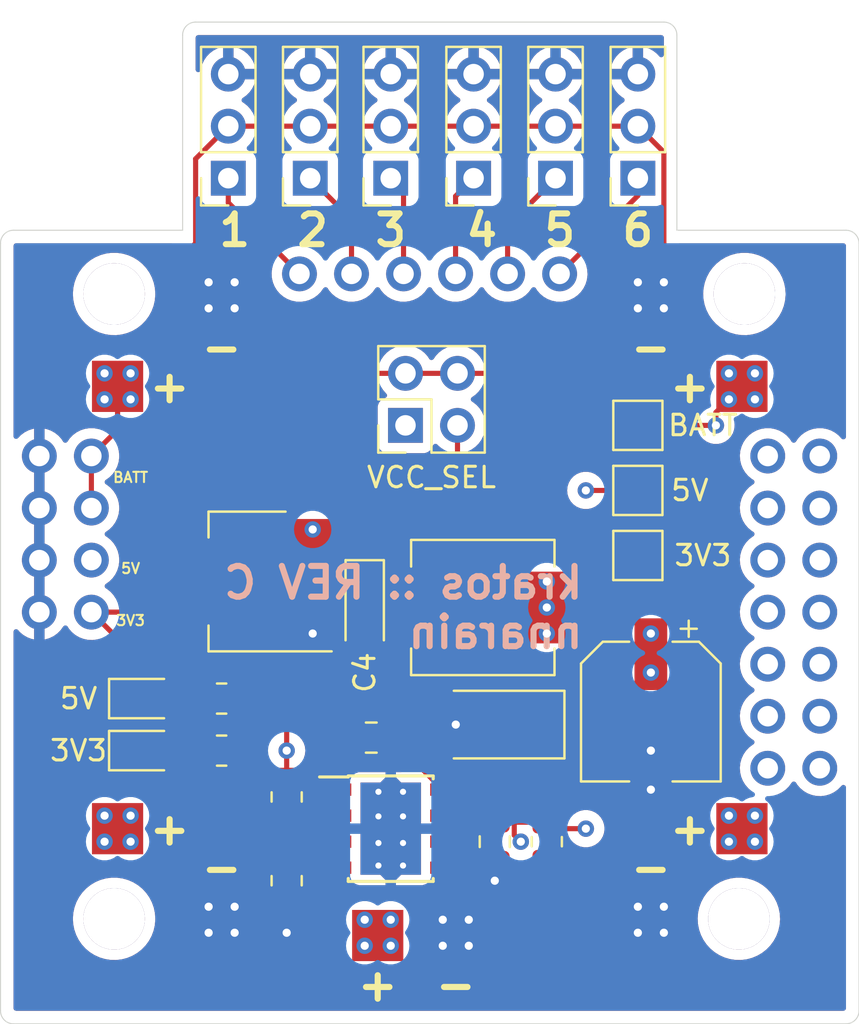
<source format=kicad_pcb>
(kicad_pcb (version 20211014) (generator pcbnew)
  (title_block (title "Kratos Power Distribution Board") (date "2021-03-08") (rev "C") (comment 1 "Author: Natesh Narain"))
  (layers (0 "F.Cu" signal) (1 "In1.Cu" power "PWR") (2 "In2.Cu" power "GND") (31 "B.Cu" signal) (34 "B.Paste" user) (35 "F.Paste" user) (36 "B.SilkS" user "B.Silkscreen") (37 "F.SilkS" user "F.Silkscreen") (38 "B.Mask" user) (39 "F.Mask" user) (44 "Edge.Cuts" user))
  (net 0 "")
  (net 1 "+BATT")
  (net 2 "GND")
  (net 3 "Net-(C2-Pad2)")
  (net 4 "Net-(C2-Pad1)")
  (net 5 "+5V")
  (net 6 "+3V3")
  (net 7 "Net-(D2-Pad2)")
  (net 8 "Net-(D3-Pad2)")
  (net 9 "VCC")
  (net 10 "/pwm1")
  (net 11 "/pwm2")
  (net 12 "/pwm3")
  (net 13 "/pwm4")
  (net 14 "/pwm5")
  (net 15 "/pwm6")
  (net 16 "Net-(R1-Pad2)")
  (net 17 "Net-(R2-Pad2)")
  (footprint "Capacitor_SMD:C_0805_2012Metric" (layer "F.Cu") (at 145.034 112.903 -90)
    (fp_text reference "C1" hide)
    (fp_text value "10uF")
    (fp_line (start -0.261252 0.735) (end 0.261252 0.735) (layer "F.SilkS") (width 0.12))
    (fp_line (start -0.261252 -0.735) (end 0.261252 -0.735) (layer "F.SilkS") (width 0.12))
    (pad "1" smd roundrect locked (at -0.95 0 270) (size 1 1.45) (layers "F.Cu" "F.Paste" "F.Mask") (net 1 "+BATT"))
    (pad "2" smd roundrect locked (at 0.95 0 270) (size 1 1.45) (layers "F.Cu" "F.Paste" "F.Mask") (net 2 "GND"))
  )
  (footprint "Capacitor_SMD:C_0805_2012Metric" (layer "F.Cu") (at 139.004 107.823)
    (fp_text reference "C2" hide)
    (fp_text value "10nF")
    (fp_line (start -0.261252 0.735) (end 0.261252 0.735) (layer "F.SilkS") (width 0.12))
    (fp_line (start -0.261252 -0.735) (end 0.261252 -0.735) (layer "F.SilkS") (width 0.12))
    (pad "1" smd roundrect locked (at -0.95 0) (size 1 1.45) (layers "F.Cu" "F.Paste" "F.Mask") (net 4 "Net-(C2-Pad1)"))
    (pad "2" smd roundrect locked (at 0.95 0) (size 1 1.45) (layers "F.Cu" "F.Paste" "F.Mask") (net 3 "Net-(C2-Pad2)"))
  )
  (footprint "Capacitor_SMD:CP_Elec_6.3x5.4" (layer "F.Cu") (at 152.654 106.553 -90)
    (fp_text reference "C3" hide)
    (fp_text value "220uF")
    (fp_line (start -3.41 -2.345563) (end -3.41 -1.06) (layer "F.SilkS") (width 0.12))
    (fp_line (start -2.345563 -3.41) (end 3.41 -3.41) (layer "F.SilkS") (width 0.12))
    (fp_line (start -2.345563 3.41) (end 3.41 3.41) (layer "F.SilkS") (width 0.12))
    (fp_line (start 3.41 3.41) (end 3.41 1.06) (layer "F.SilkS") (width 0.12))
    (fp_line (start -4.04375 -2.24125) (end -4.04375 -1.45375) (layer "F.SilkS") (width 0.12))
    (fp_line (start 3.41 -3.41) (end 3.41 -1.06) (layer "F.SilkS") (width 0.12))
    (fp_line (start -3.41 -2.345563) (end -2.345563 -3.41) (layer "F.SilkS") (width 0.12))
    (fp_line (start -3.41 2.345563) (end -2.345563 3.41) (layer "F.SilkS") (width 0.12))
    (fp_line (start -3.41 2.345563) (end -3.41 1.06) (layer "F.SilkS") (width 0.12))
    (fp_line (start -4.4375 -1.8475) (end -3.65 -1.8475) (layer "F.SilkS") (width 0.12))
    (pad "1" smd roundrect locked (at -2.8 0 270) (size 3.5 1.6) (layers "F.Cu" "F.Paste" "F.Mask") (roundrect_rratio 0.15625) (net 5 "+5V"))
    (pad "2" smd roundrect locked (at 2.8 0 270) (size 3.5 1.6) (layers "F.Cu" "F.Paste" "F.Mask") (roundrect_rratio 0.15625) (net 2 "GND"))
  )
  (footprint "Diode_SMD:D_SMA" (layer "F.Cu") (at 145.034 107.188 180)
    (fp_text reference "D1" hide)
    (fp_text value "B340A")
    (fp_line (start -3.4 -1.65) (end -3.4 1.65) (layer "F.SilkS") (width 0.12))
    (fp_line (start -3.4 1.65) (end 2 1.65) (layer "F.SilkS") (width 0.12))
    (fp_line (start -3.4 -1.65) (end 2 -1.65) (layer "F.SilkS") (width 0.12))
    (pad "1" smd rect locked (at -2 0 180) (size 2.5 1.8) (layers "F.Cu" "F.Paste" "F.Mask") (net 3 "Net-(C2-Pad2)"))
    (pad "2" smd rect locked (at 2 0 180) (size 2.5 1.8) (layers "F.Cu" "F.Paste" "F.Mask") (net 2 "GND"))
  )
  (footprint "LED_SMD:LED_0805_2012Metric" (layer "F.Cu") (at 127.889 105.918)
    (fp_text reference "D2" hide)
    (fp_text value "5V" (at -3.175 0) (layer "F.SilkS"))
    (fp_line (start -1.685 0.96) (end 1 0.96) (layer "F.SilkS") (width 0.12))
    (fp_line (start -1.685 -0.96) (end -1.685 0.96) (layer "F.SilkS") (width 0.12))
    (fp_line (start 1 -0.96) (end -1.685 -0.96) (layer "F.SilkS") (width 0.12))
    (pad "1" smd roundrect locked (at -0.9375 0) (size 0.975 1.4) (layers "F.Cu" "F.Paste" "F.Mask") (net 2 "GND"))
    (pad "2" smd roundrect locked (at 0.9375 0) (size 0.975 1.4) (layers "F.Cu" "F.Paste" "F.Mask") (net 7 "Net-(D2-Pad2)"))
  )
  (footprint "LED_SMD:LED_0805_2012Metric" (layer "F.Cu") (at 127.889 108.458)
    (fp_text reference "D3" hide)
    (fp_text value "3V3" (at -3.175 0) (layer "F.SilkS"))
    (fp_line (start -1.685 -0.96) (end -1.685 0.96) (layer "F.SilkS") (width 0.12))
    (fp_line (start 1 -0.96) (end -1.685 -0.96) (layer "F.SilkS") (width 0.12))
    (fp_line (start -1.685 0.96) (end 1 0.96) (layer "F.SilkS") (width 0.12))
    (pad "1" smd roundrect locked (at -0.9375 0) (size 0.975 1.4) (layers "F.Cu" "F.Paste" "F.Mask") (net 2 "GND"))
    (pad "2" smd roundrect locked (at 0.9375 0) (size 0.975 1.4) (layers "F.Cu" "F.Paste" "F.Mask") (net 8 "Net-(D3-Pad2)"))
  )
  (footprint "drone:XT60" (layer "F.Cu") (at 140.589 112.403)
    (fp_text reference "J1" hide)
    (fp_text value "BATT")
    (pad "1" smd rect locked (at -1.27 5.08) (size 2.5 2.5) (layers "F.Cu" "F.Paste" "F.Mask") (net 1 "+BATT"))
    (pad "2" smd rect locked (at 2.54 5.08) (size 2.5 2.5) (layers "F.Cu" "F.Paste" "F.Mask") (net 2 "GND"))
  )
  (footprint "Connector_PinSocket_2.54mm:PinSocket_2x02_P2.54mm_Vertical" (layer "F.Cu") (at 140.674 92.583 180)
    (fp_text reference "J6" hide)
    (fp_text value "VCC_SEL" (at -1.27 -2.54) (layer "F.SilkS"))
    (fp_line (start -3.87 -1.33) (end -1.27 -1.33) (layer "F.SilkS") (width 0.12))
    (fp_line (start -1.27 1.27) (end 1.33 1.27) (layer "F.SilkS") (width 0.12))
    (fp_line (start -3.87 3.87) (end 1.33 3.87) (layer "F.SilkS") (width 0.12))
    (fp_line (start -1.27 -1.33) (end -1.27 1.27) (layer "F.SilkS") (width 0.12))
    (fp_line (start 1.33 1.27) (end 1.33 3.87) (layer "F.SilkS") (width 0.12))
    (fp_line (start -3.87 -1.33) (end -3.87 3.87) (layer "F.SilkS") (width 0.12))
    (fp_line (start 1.33 -1.33) (end 1.33 0) (layer "F.SilkS") (width 0.12))
    (fp_line (start 0 -1.33) (end 1.33 -1.33) (layer "F.SilkS") (width 0.12))
    (pad "1" thru_hole rect locked (at 0 0 180) (size 1.7 1.7) (drill 1) (layers *.Cu *.Mask) (net 5 "+5V"))
    (pad "2" thru_hole oval locked (at -2.54 0 180) (size 1.7 1.7) (drill 1) (layers *.Cu *.Mask) (net 6 "+3V3"))
    (pad "3" thru_hole oval locked (at 0 2.54 180) (size 1.7 1.7) (drill 1) (layers *.Cu *.Mask) (net 9 "VCC"))
    (pad "4" thru_hole oval locked (at -2.54 2.54 180) (size 1.7 1.7) (drill 1) (layers *.Cu *.Mask) (net 9 "VCC"))
  )
  (footprint "Connector_PinSocket_2.54mm:PinSocket_1x03_P2.54mm_Vertical" (layer "F.Cu") (at 132.024 80.518 180)
    (fp_text reference "J7" hide)
    (fp_text value "PWM1")
    (fp_line (start 0 -1.33) (end 1.33 -1.33) (layer "F.SilkS") (width 0.12))
    (fp_line (start -1.33 1.27) (end -1.33 6.41) (layer "F.SilkS") (width 0.12))
    (fp_line (start 1.33 1.27) (end 1.33 6.41) (layer "F.SilkS") (width 0.12))
    (fp_line (start 1.33 -1.33) (end 1.33 0) (layer "F.SilkS") (width 0.12))
    (fp_line (start -1.33 6.41) (end 1.33 6.41) (layer "F.SilkS") (width 0.12))
    (fp_line (start -1.33 1.27) (end 1.33 1.27) (layer "F.SilkS") (width 0.12))
    (pad "1" thru_hole rect locked (at 0 0 180) (size 1.7 1.7) (drill 1) (layers *.Cu *.Mask) (net 10 "/pwm1"))
    (pad "2" thru_hole oval locked (at 0 2.54 180) (size 1.7 1.7) (drill 1) (layers *.Cu *.Mask) (net 9 "VCC"))
    (pad "3" thru_hole oval locked (at 0 5.08 180) (size 1.7 1.7) (drill 1) (layers *.Cu *.Mask) (net 2 "GND"))
  )
  (footprint "Connector_PinSocket_2.54mm:PinSocket_1x03_P2.54mm_Vertical" (layer "F.Cu") (at 136.024 80.518 180)
    (fp_text reference "J8" hide)
    (fp_text value "PWM2")
    (fp_line (start 1.33 -1.33) (end 1.33 0) (layer "F.SilkS") (width 0.12))
    (fp_line (start 0 -1.33) (end 1.33 -1.33) (layer "F.SilkS") (width 0.12))
    (fp_line (start -1.33 6.41) (end 1.33 6.41) (layer "F.SilkS") (width 0.12))
    (fp_line (start 1.33 1.27) (end 1.33 6.41) (layer "F.SilkS") (width 0.12))
    (fp_line (start -1.33 1.27) (end 1.33 1.27) (layer "F.SilkS") (width 0.12))
    (fp_line (start -1.33 1.27) (end -1.33 6.41) (layer "F.SilkS") (width 0.12))
    (pad "1" thru_hole rect locked (at 0 0 180) (size 1.7 1.7) (drill 1) (layers *.Cu *.Mask) (net 11 "/pwm2"))
    (pad "2" thru_hole oval locked (at 0 2.54 180) (size 1.7 1.7) (drill 1) (layers *.Cu *.Mask) (net 9 "VCC"))
    (pad "3" thru_hole oval locked (at 0 5.08 180) (size 1.7 1.7) (drill 1) (layers *.Cu *.Mask) (net 2 "GND"))
  )
  (footprint "Connector_PinSocket_2.54mm:PinSocket_1x03_P2.54mm_Vertical" (layer "F.Cu") (at 139.954 80.518 180)
    (fp_text reference "J9" hide)
    (fp_text value "PWM3")
    (fp_line (start 0 -1.33) (end 1.33 -1.33) (layer "F.SilkS") (width 0.12))
    (fp_line (start 1.33 -1.33) (end 1.33 0) (layer "F.SilkS") (width 0.12))
    (fp_line (start -1.33 6.41) (end 1.33 6.41) (layer "F.SilkS") (width 0.12))
    (fp_line (start -1.33 1.27) (end 1.33 1.27) (layer "F.SilkS") (width 0.12))
    (fp_line (start -1.33 1.27) (end -1.33 6.41) (layer "F.SilkS") (width 0.12))
    (fp_line (start 1.33 1.27) (end 1.33 6.41) (layer "F.SilkS") (width 0.12))
    (pad "1" thru_hole rect locked (at 0 0 180) (size 1.7 1.7) (drill 1) (layers *.Cu *.Mask) (net 12 "/pwm3"))
    (pad "2" thru_hole oval locked (at 0 2.54 180) (size 1.7 1.7) (drill 1) (layers *.Cu *.Mask) (net 9 "VCC"))
    (pad "3" thru_hole oval locked (at 0 5.08 180) (size 1.7 1.7) (drill 1) (layers *.Cu *.Mask) (net 2 "GND"))
  )
  (footprint "Connector_PinSocket_2.54mm:PinSocket_1x03_P2.54mm_Vertical" (layer "F.Cu") (at 143.999 80.518 180)
    (fp_text reference "J10" hide)
    (fp_text value "PWM4")
    (fp_line (start -1.33 6.41) (end 1.33 6.41) (layer "F.SilkS") (width 0.12))
    (fp_line (start 1.33 -1.33) (end 1.33 0) (layer "F.SilkS") (width 0.12))
    (fp_line (start 1.33 1.27) (end 1.33 6.41) (layer "F.SilkS") (width 0.12))
    (fp_line (start 0 -1.33) (end 1.33 -1.33) (layer "F.SilkS") (width 0.12))
    (fp_line (start -1.33 1.27) (end 1.33 1.27) (layer "F.SilkS") (width 0.12))
    (fp_line (start -1.33 1.27) (end -1.33 6.41) (layer "F.SilkS") (width 0.12))
    (pad "1" thru_hole rect locked (at 0 0 180) (size 1.7 1.7) (drill 1) (layers *.Cu *.Mask) (net 13 "/pwm4"))
    (pad "2" thru_hole oval locked (at 0 2.54 180) (size 1.7 1.7) (drill 1) (layers *.Cu *.Mask) (net 9 "VCC"))
    (pad "3" thru_hole oval locked (at 0 5.08 180) (size 1.7 1.7) (drill 1) (layers *.Cu *.Mask) (net 2 "GND"))
  )
  (footprint "Connector_PinSocket_2.54mm:PinSocket_1x03_P2.54mm_Vertical" (layer "F.Cu") (at 147.999 80.518 180)
    (fp_text reference "J11" hide)
    (fp_text value "PWM5")
    (fp_line (start -1.33 1.27) (end -1.33 6.41) (layer "F.SilkS") (width 0.12))
    (fp_line (start -1.33 1.27) (end 1.33 1.27) (layer "F.SilkS") (width 0.12))
    (fp_line (start 0 -1.33) (end 1.33 -1.33) (layer "F.SilkS") (width 0.12))
    (fp_line (start 1.33 -1.33) (end 1.33 0) (layer "F.SilkS") (width 0.12))
    (fp_line (start 1.33 1.27) (end 1.33 6.41) (layer "F.SilkS") (width 0.12))
    (fp_line (start -1.33 6.41) (end 1.33 6.41) (layer "F.SilkS") (width 0.12))
    (pad "1" thru_hole rect locked (at 0 0 180) (size 1.7 1.7) (drill 1) (layers *.Cu *.Mask) (net 14 "/pwm5"))
    (pad "2" thru_hole oval locked (at 0 2.54 180) (size 1.7 1.7) (drill 1) (layers *.Cu *.Mask) (net 9 "VCC"))
    (pad "3" thru_hole oval locked (at 0 5.08 180) (size 1.7 1.7) (drill 1) (layers *.Cu *.Mask) (net 2 "GND"))
  )
  (footprint "Connector_PinSocket_2.54mm:PinSocket_1x03_P2.54mm_Vertical" (layer "F.Cu") (at 152.019 80.518 180)
    (fp_text reference "J12" hide)
    (fp_text value "PWM6")
    (fp_line (start 1.33 1.27) (end 1.33 6.41) (layer "F.SilkS") (width 0.12))
    (fp_line (start 1.33 -1.33) (end 1.33 0) (layer "F.SilkS") (width 0.12))
    (fp_line (start -1.33 1.27) (end -1.33 6.41) (layer "F.SilkS") (width 0.12))
    (fp_line (start -1.33 6.41) (end 1.33 6.41) (layer "F.SilkS") (width 0.12))
    (fp_line (start 0 -1.33) (end 1.33 -1.33) (layer "F.SilkS") (width 0.12))
    (fp_line (start -1.33 1.27) (end 1.33 1.27) (layer "F.SilkS") (width 0.12))
    (pad "1" thru_hole rect locked (at 0 0 180) (size 1.7 1.7) (drill 1) (layers *.Cu *.Mask) (net 15 "/pwm6"))
    (pad "2" thru_hole oval locked (at 0 2.54 180) (size 1.7 1.7) (drill 1) (layers *.Cu *.Mask) (net 9 "VCC"))
    (pad "3" thru_hole oval locked (at 0 5.08 180) (size 1.7 1.7) (drill 1) (layers *.Cu *.Mask) (net 2 "GND"))
  )
  (footprint "inductors:MWSA0603S-150MT" (layer "F.Cu") (at 144.399 101.473)
    (fp_text reference "L1" hide)
    (fp_text value "15uH")
    (fp_line (start 3.55 3.3) (end 3.55 2) (layer "F.SilkS") (width 0.12))
    (fp_line (start -3.45 3.3) (end -3.45 2) (layer "F.SilkS") (width 0.12))
    (fp_line (start -3.45 -3.3) (end -3.45 -2) (layer "F.SilkS") (width 0.12))
    (fp_line (start 3.55 -3.3) (end 3.55 -2) (layer "F.SilkS") (width 0.12))
    (fp_line (start 3.55 3.3) (end -3.45 3.3) (layer "F.SilkS") (width 0.12))
    (fp_line (start -3.45 -3.3) (end 3.55 -3.3) (layer "F.SilkS") (width 0.12))
    (pad "1" smd rect (at -3 0) (size 2.35 3.5) (layers "F.Cu" "F.Paste" "F.Mask") (net 3 "Net-(C2-Pad2)"))
    (pad "2" smd rect (at 3.1 0) (size 2.35 3.5) (layers "F.Cu" "F.Paste" "F.Mask") (net 5 "+5V"))
  )
  (footprint "Resistor_SMD:R_0805_2012Metric" (layer "F.Cu") (at 147.574 112.903 -90)
    (fp_text reference "R1" hide)
    (fp_text value "10k")
    (fp_line (start -0.227064 -0.735) (end 0.227064 -0.735) (layer "F.SilkS") (width 0.12))
    (fp_line (start -0.227064 0.735) (end 0.227064 0.735) (layer "F.SilkS") (width 0.12))
    (pad "1" smd roundrect locked (at -0.9125 0 270) (size 1.025 1.4) (layers "F.Cu" "F.Paste" "F.Mask") (roundrect_rratio 0.243902439) (net 1 "+BATT"))
    (pad "2" smd roundrect locked (at 0.9125 0 270) (size 1.025 1.4) (layers "F.Cu" "F.Paste" "F.Mask") (roundrect_rratio 0.243902439) (net 16 "Net-(R1-Pad2)"))
  )
  (footprint "Resistor_SMD:R_0805_2012Metric" (layer "F.Cu") (at 134.874 110.7205 -90)
    (fp_text reference "R2" hide)
    (fp_text value "10k")
    (fp_line (start -0.227064 0.735) (end 0.227064 0.735) (layer "F.SilkS") (width 0.12))
    (fp_line (start -0.227064 -0.735) (end 0.227064 -0.735) (layer "F.SilkS") (width 0.12))
    (pad "1" smd roundrect locked (at -0.9125 0 270) (size 1.025 1.4) (layers "F.Cu" "F.Paste" "F.Mask") (roundrect_rratio 0.243902439) (net 5 "+5V"))
    (pad "2" smd roundrect locked (at 0.9125 0 270) (size 1.025 1.4) (layers "F.Cu" "F.Paste" "F.Mask") (roundrect_rratio 0.243902439) (net 17 "Net-(R2-Pad2)"))
  )
  (footprint "Resistor_SMD:R_0805_2012Metric" (layer "F.Cu") (at 134.874 114.808 90)
    (fp_text reference "R3" hide)
    (fp_text value "3.24k")
    (fp_line (start -0.227064 -0.735) (end 0.227064 -0.735) (layer "F.SilkS") (width 0.12))
    (fp_line (start -0.227064 0.735) (end 0.227064 0.735) (layer "F.SilkS") (width 0.12))
    (pad "1" smd roundrect locked (at -0.9125 0 90) (size 1.025 1.4) (layers "F.Cu" "F.Paste" "F.Mask") (roundrect_rratio 0.243902439) (net 2 "GND"))
    (pad "2" smd roundrect locked (at 0.9125 0 90) (size 1.025 1.4) (layers "F.Cu" "F.Paste" "F.Mask") (roundrect_rratio 0.243902439) (net 17 "Net-(R2-Pad2)"))
  )
  (footprint "Resistor_SMD:R_0805_2012Metric" (layer "F.Cu") (at 131.699 105.918 180)
    (fp_text reference "R4" hide)
    (fp_text value "330")
    (fp_line (start -0.227064 0.735) (end 0.227064 0.735) (layer "F.SilkS") (width 0.12))
    (fp_line (start -0.227064 -0.735) (end 0.227064 -0.735) (layer "F.SilkS") (width 0.12))
    (pad "1" smd roundrect locked (at -0.9125 0 180) (size 1.025 1.4) (layers "F.Cu" "F.Paste" "F.Mask") (roundrect_rratio 0.243902439) (net 5 "+5V"))
    (pad "2" smd roundrect locked (at 0.9125 0 180) (size 1.025 1.4) (layers "F.Cu" "F.Paste" "F.Mask") (roundrect_rratio 0.243902439) (net 7 "Net-(D2-Pad2)"))
  )
  (footprint "Resistor_SMD:R_0805_2012Metric" (layer "F.Cu") (at 131.699 108.458 180)
    (fp_text reference "R5" hide)
    (fp_text value "200")
    (fp_line (start -0.227064 -0.735) (end 0.227064 -0.735) (layer "F.SilkS") (width 0.12))
    (fp_line (start -0.227064 0.735) (end 0.227064 0.735) (layer "F.SilkS") (width 0.12))
    (pad "1" smd roundrect locked (at -0.9125 0 180) (size 1.025 1.4) (layers "F.Cu" "F.Paste" "F.Mask") (roundrect_rratio 0.243902439) (net 6 "+3V3"))
    (pad "2" smd roundrect locked (at 0.9125 0 180) (size 1.025 1.4) (layers "F.Cu" "F.Paste" "F.Mask") (roundrect_rratio 0.243902439) (net 8 "Net-(D3-Pad2)"))
  )
  (footprint "TestPoint:TestPoint_Pad_2.0x2.0mm" (layer "F.Cu") (at 152.019 92.583)
    (fp_text reference "TP1" hide)
    (fp_text value "BATT" (at 3.175 0) (layer "F.SilkS"))
    (fp_line (start 1.2 1.2) (end -1.2 1.2) (layer "F.SilkS") (width 0.12))
    (fp_line (start -1.2 1.2) (end -1.2 -1.2) (layer "F.SilkS") (width 0.12))
    (fp_line (start -1.2 -1.2) (end 1.2 -1.2) (layer "F.SilkS") (width 0.12))
    (fp_line (start 1.2 -1.2) (end 1.2 1.2) (layer "F.SilkS") (width 0.12))
    (pad "1" smd rect locked (at 0 0) (size 2 2) (layers "F.Cu" "F.Mask") (net 1 "+BATT"))
  )
  (footprint "TestPoint:TestPoint_Pad_2.0x2.0mm" (layer "F.Cu") (at 152.019 95.758)
    (fp_text reference "TP2" hide)
    (fp_text value "5V" (at 2.54 0) (layer "F.SilkS"))
    (fp_line (start 1.2 1.2) (end -1.2 1.2) (layer "F.SilkS") (width 0.12))
    (fp_line (start 1.2 -1.2) (end 1.2 1.2) (layer "F.SilkS") (width 0.12))
    (fp_line (start -1.2 -1.2) (end 1.2 -1.2) (layer "F.SilkS") (width 0.12))
    (fp_line (start -1.2 1.2) (end -1.2 -1.2) (layer "F.SilkS") (width 0.12))
    (pad "1" smd rect locked (at 0 0) (size 2 2) (layers "F.Cu" "F.Mask") (net 5 "+5V"))
  )
  (footprint "TestPoint:TestPoint_Pad_2.0x2.0mm" (layer "F.Cu") (at 152.019 98.933)
    (fp_text reference "TP3" hide)
    (fp_text value "3V3" (at 3.175 0) (layer "F.SilkS"))
    (fp_line (start 1.2 1.2) (end -1.2 1.2) (layer "F.SilkS") (width 0.12))
    (fp_line (start -1.2 -1.2) (end 1.2 -1.2) (layer "F.SilkS") (width 0.12))
    (fp_line (start -1.2 1.2) (end -1.2 -1.2) (layer "F.SilkS") (width 0.12))
    (fp_line (start 1.2 -1.2) (end 1.2 1.2) (layer "F.SilkS") (width 0.12))
    (pad "1" smd rect locked (at 0 0) (size 2 2) (layers "F.Cu" "F.Mask") (net 6 "+3V3"))
  )
  (footprint "Package_SO:TI_SO-PowerPAD-8_ThermalVias" (layer "F.Cu") (at 139.954 112.268)
    (fp_text reference "U1" hide)
    (fp_text value "TPS5430DDA")
    (fp_line (start -2.075 -2.525) (end -3.475 -2.525) (layer "F.SilkS") (width 0.15))
    (fp_line (start -2.075 -2.575) (end 2.075 -2.575) (layer "F.SilkS") (width 0.15))
    (fp_line (start 2.075 -2.575) (end 2.075 -2.43) (layer "F.SilkS") (width 0.15))
    (fp_line (start -2.075 -2.575) (end -2.075 -2.525) (layer "F.SilkS") (width 0.15))
    (fp_line (start -2.075 2.575) (end 2.075 2.575) (layer "F.SilkS") (width 0.15))
    (fp_line (start -2.075 2.575) (end -2.075 2.43) (layer "F.SilkS") (width 0.15))
    (fp_line (start 2.075 2.575) (end 2.075 2.43) (layer "F.SilkS") (width 0.15))
    (pad "1" smd rect locked (at -2.7 -1.905) (size 1.55 0.6) (layers "F.Cu" "F.Paste" "F.Mask") (net 4 "Net-(C2-Pad1)"))
    (pad "2" smd rect locked (at -2.7 -0.635) (size 1.55 0.6) (layers "F.Cu" "F.Paste" "F.Mask"))
    (pad "3" smd rect locked (at -2.7 0.635) (size 1.55 0.6) (layers "F.Cu" "F.Paste" "F.Mask"))
    (pad "4" smd rect locked (at -2.7 1.905) (size 1.55 0.6) (layers "F.Cu" "F.Paste" "F.Mask") (net 17 "Net-(R2-Pad2)"))
    (pad "5" smd rect locked (at 2.7 1.905) (size 1.55 0.6) (layers "F.Cu" "F.Paste" "F.Mask") (net 16 "Net-(R1-Pad2)"))
    (pad "6" smd rect locked (at 2.7 0.635) (size 1.55 0.6) (layers "F.Cu" "F.Paste" "F.Mask") (net 2 "GND"))
    (pad "7" smd rect locked (at 2.7 -0.635) (size 1.55 0.6) (layers "F.Cu" "F.Paste" "F.Mask") (net 1 "+BATT"))
    (pad "8" smd rect locked (at 2.7 -1.905) (size 1.55 0.6) (layers "F.Cu" "F.Paste" "F.Mask") (net 3 "Net-(C2-Pad2)"))
    (pad "9" thru_hole circle locked (at 0.6 0.7) (size 0.6 0.6) (drill 0.3) (layers *.Cu) (net 2 "GND"))
    (pad "9" thru_hole circle locked (at -0.6 1.8) (size 0.6 0.6) (drill 0.3) (layers *.Cu) (net 2 "GND"))
    (pad "9" thru_hole circle locked (at -0.6 -0.6) (size 0.6 0.6) (drill 0.3) (layers *.Cu) (net 2 "GND"))
    (pad "9" smd rect locked (at 0 0) (size 2.95 4.5) (layers "B.Cu") (net 2 "GND"))
    (pad "9" smd rect locked (at 0 0) (size 2.6 3.1) (layers "F.Cu" "F.Paste" "F.Mask") (net 2 "GND"))
    (pad "9" thru_hole circle locked (at -0.6 0.7) (size 0.6 0.6) (drill 0.3) (layers *.Cu) (net 2 "GND"))
    (pad "9" thru_hole circle locked (at 0.6 -0.6) (size 0.6 0.6) (drill 0.3) (layers *.Cu) (net 2 "GND"))
    (pad "9" thru_hole circle locked (at 0.6 1.8) (size 0.6 0.6) (drill 0.3) (layers *.Cu) (net 2 "GND"))
    (pad "9" thru_hole circle locked (at 0.6 -1.8) (size 0.6 0.6) (drill 0.3) (layers *.Cu) (net 2 "GND"))
    (pad "9" smd rect locked (at 0 0) (size 2.95 4.5) (layers "F.Cu") (net 2 "GND"))
    (pad "9" thru_hole circle locked (at -0.6 -1.8) (size 0.6 0.6) (drill 0.3) (layers *.Cu) (net 2 "GND"))
  )
  (footprint "Package_TO_SOT_SMD:SOT-223-3_TabPin2" (layer "F.Cu") (at 132.969 100.203 180)
    (fp_text reference "U2" hide)
    (fp_text value "AMS1117-3.3")
    (fp_line (start 1.91 -3.41) (end 1.91 -2.15) (layer "F.SilkS") (width 0.12))
    (fp_line (start -1.85 3.41) (end 1.91 3.41) (layer "F.SilkS") (width 0.12))
    (fp_line (start 1.91 3.41) (end 1.91 2.15) (layer "F.SilkS") (width 0.12))
    (fp_line (start -4.1 -3.41) (end 1.91 -3.41) (layer "F.SilkS") (width 0.12))
    (pad "1" smd rect locked (at -3.15 -2.3 180) (size 2 1.5) (layers "F.Cu" "F.Paste" "F.Mask") (net 2 "GND"))
    (pad "2" smd rect locked (at -3.15 0 180) (size 2 1.5) (layers "F.Cu" "F.Paste" "F.Mask") (net 6 "+3V3"))
    (pad "2" smd rect locked (at 3.15 0 180) (size 2 3.8) (layers "F.Cu" "F.Paste" "F.Mask") (net 6 "+3V3"))
    (pad "3" smd rect locked (at -3.15 2.3 180) (size 2 1.5) (layers "F.Cu" "F.Paste" "F.Mask") (net 5 "+5V"))
  )
  (footprint "icarus:icarus-shield" (layer "F.Cu") (at 141.849657 83.918645)
    (fp_text reference "U3" hide)
    (fp_text value "ICARUS SHIELD")
    (pad "" thru_hole circle locked (at 15.37 2.25) (size 3 3) (drill 3) (layers *.Cu *.Mask))
    (pad "" thru_hole circle locked (at -15.4 2.25) (size 3 3) (drill 3) (layers *.Cu *.Mask))
    (pad "" thru_hole circle locked (at -15.4 32.75) (size 3 3) (drill 3) (layers *.Cu *.Mask))
    (pad "" thru_hole circle locked (at 15.1 32.75) (size 3 3) (drill 3) (layers *.Cu *.Mask))
    (pad "1" thru_hole oval locked (at -19.05 10.16) (size 1.7 1.7) (drill 1) (layers *.Cu *.Mask) (net 2 "GND"))
    (pad "2" thru_hole oval locked (at -16.51 10.16) (size 1.7 1.7) (drill 1) (layers *.Cu *.Mask) (net 1 "+BATT"))
    (pad "3" thru_hole oval locked (at -19.05 12.7) (size 1.7 1.7) (drill 1) (layers *.Cu *.Mask) (net 2 "GND"))
    (pad "4" thru_hole oval locked (at -16.51 12.7) (size 1.7 1.7) (drill 1) (layers *.Cu *.Mask) (net 1 "+BATT"))
    (pad "5" thru_hole oval locked (at -19.05 15.24) (size 1.7 1.7) (drill 1) (layers *.Cu *.Mask) (net 2 "GND"))
    (pad "6" thru_hole oval locked (at -16.51 15.24) (size 1.7 1.7) (drill 1) (layers *.Cu *.Mask) (net 5 "+5V"))
    (pad "7" thru_hole oval locked (at -19.05 17.78) (size 1.7 1.7) (drill 1) (layers *.Cu *.Mask) (net 2 "GND"))
    (pad "8" thru_hole oval locked (at -16.51 17.78) (size 1.7 1.7) (drill 1) (layers *.Cu *.Mask) (net 6 "+3V3"))
    (pad "9" thru_hole oval locked (at -6.35 1.27) (size 1.7 1.7) (drill 1) (layers *.Cu *.Mask) (net 10 "/pwm1"))
    (pad "10" thru_hole oval locked (at -3.81 1.27) (size 1.7 1.7) (drill 1) (layers *.Cu *.Mask) (net 11 "/pwm2"))
    (pad "11" thru_hole oval locked (at -1.27 1.27) (size 1.7 1.7) (drill 1) (layers *.Cu *.Mask) (net 12 "/pwm3"))
    (pad "12" thru_hole oval locked (at 1.27 1.27) (size 1.7 1.7) (drill 1) (layers *.Cu *.Mask) (net 13 "/pwm4"))
    (pad "13" thru_hole oval locked (at 3.81 1.27) (size 1.7 1.7) (drill 1) (layers *.Cu *.Mask) (net 14 "/pwm5"))
    (pad "14" thru_hole oval locked (at 6.35 1.27) (size 1.7 1.7) (drill 1) (layers *.Cu *.Mask) (net 15 "/pwm6"))
    (pad "15" thru_hole oval locked (at 16.51 10.16) (size 1.7 1.7) (drill 1) (layers *.Cu *.Mask))
    (pad "16" thru_hole oval locked (at 19.05 10.16) (size 1.7 1.7) (drill 1) (layers *.Cu *.Mask))
    (pad "17" thru_hole oval locked (at 16.51 12.7) (size 1.7 1.7) (drill 1) (layers *.Cu *.Mask))
    (pad "18" thru_hole oval locked (at 19.05 12.7) (size 1.7 1.7) (drill 1) (layers *.Cu *.Mask))
    (pad "19" thru_hole oval locked (at 16.51 15.24) (size 1.7 1.7) (drill 1) (layers *.Cu *.Mask))
    (pad "20" thru_hole oval locked (at 19.05 15.24) (size 1.7 1.7) (drill 1) (layers *.Cu *.Mask))
    (pad "21" thru_hole oval locked (at 16.51 17.78) (size 1.7 1.7) (drill 1) (layers *.Cu *.Mask))
    (pad "22" thru_hole oval locked (at 19.05 17.78) (size 1.7 1.7) (drill 1) (layers *.Cu *.Mask))
    (pad "23" thru_hole oval locked (at 16.51 20.32) (size 1.7 1.7) (drill 1) (layers *.Cu *.Mask))
    (pad "24" thru_hole oval locked (at 19.05 20.32) (size 1.7 1.7) (drill 1) (layers *.Cu *.Mask))
    (pad "25" thru_hole oval locked (at 16.51 22.86) (size 1.7 1.7) (drill 1) (layers *.Cu *.Mask))
    (pad "26" thru_hole oval locked (at 19.05 22.86) (size 1.7 1.7) (drill 1) (layers *.Cu *.Mask))
    (pad "27" thru_hole oval locked (at 16.51 25.4) (size 1.7 1.7) (drill 1) (layers *.Cu *.Mask))
    (pad "28" thru_hole oval locked (at 19.05 25.4) (size 1.7 1.7) (drill 1) (layers *.Cu *.Mask))
  )
  (footprint "" (layer "F.Cu") (at 126.619 112.268)
    (fp_text reference "" (at 0 0) (layer "F.SilkS") (effects (font (size 1.27 1.27))))
    (fp_text value "" (at 0 0) (layer "F.SilkS") (effects (font (size 1.27 1.27))))
    (pad "1" smd rect (at 0 0) (size 2.5 2.5) (layers "F.Cu" "F.Paste" "F.Mask") (net 1 "+BATT"))
  )
  (footprint "" (layer "F.Cu") (at 148.209 92.583)
    (fp_text reference "" (at 0 0) (layer "F.SilkS") (effects (font (size 1.27 1.27))))
    (fp_text value "" (at 0 0) (layer "F.SilkS") (effects (font (size 1.27 1.27))))
    (pad "1" smd rect (at 0 0) (size 2.5 2.5) (layers "F.Cu" "F.Paste" "F.Mask") (net 2 "GND"))
  )
  (footprint "drone:XT60" (layer "F.Cu") (at 131.699 116.713)
    (fp_text reference "REF**" hide)
    (fp_text value "XT60")
    (pad "1" smd rect (at 0 0) (size 2.5 2.5) (layers "F.Cu" "F.Paste" "F.Mask") (net 2 "GND"))
  )
  (footprint "drone:XT60" (layer "F.Cu") (at 157.099 90.678)
    (fp_text reference "REF**" hide)
    (fp_text value "XT60")
    (pad "1" smd rect (at 0 0) (size 2.5 2.5) (layers "F.Cu" "F.Paste" "F.Mask") (net 1 "+BATT"))
  )
  (footprint "" (layer "F.Cu") (at 131.699 86.233)
    (fp_text reference "" (at 0 0) (layer "F.SilkS") (effects (font (size 1.27 1.27))))
    (fp_text value "" (at 0 0) (layer "F.SilkS") (effects (font (size 1.27 1.27))))
    (pad "1" smd rect (at 0 0) (size 2.5 2.5) (layers "F.Cu" "F.Paste" "F.Mask") (net 2 "GND"))
  )
  (footprint "" (layer "F.Cu") (at 152.654 116.713)
    (fp_text reference "" (at 0 0) (layer "F.SilkS") (effects (font (size 1.27 1.27))))
    (fp_text value "" (at 0 0) (layer "F.SilkS") (effects (font (size 1.27 1.27))))
    (pad "1" smd rect (at 0 0) (size 2.5 2.5) (layers "F.Cu" "F.Paste" "F.Mask") (net 2 "GND"))
  )
  (footprint "" (layer "F.Cu") (at 126.619 90.678)
    (fp_text reference "" (at 0 0) (layer "F.SilkS") (effects (font (size 1.27 1.27))))
    (fp_text value "" (at 0 0) (layer "F.SilkS") (effects (font (size 1.27 1.27))))
    (pad "1" smd rect (at 0 0) (size 2.5 2.5) (layers "F.Cu" "F.Paste" "F.Mask") (net 1 "+BATT"))
  )
  (footprint "drone:XT60" (layer "F.Cu") (at 152.654 86.233)
    (fp_text reference "REF**" hide)
    (fp_text value "XT60")
    (pad "1" smd rect (at 0 0) (size 2.5 2.5) (layers "F.Cu" "F.Paste" "F.Mask") (net 2 "GND"))
  )
  (footprint "" (layer "F.Cu") (at 157.099 112.268)
    (fp_text reference "" (at 0 0) (layer "F.SilkS") (effects (font (size 1.27 1.27))))
    (fp_text value "" (at 0 0) (layer "F.SilkS") (effects (font (size 1.27 1.27))))
    (pad "1" smd rect (at 0 0) (size 2.5 2.5) (layers "F.Cu" "F.Paste" "F.Mask") (net 1 "+BATT"))
  )
  (footprint "Capacitor_Tantalum_SMD:CP_EIA-3216-18_Kemet-A" (layer "F.Cu") (at 138.684 101.473 -90)
    (fp_text reference "C4" (at 3.175 0 90) (layer "F.SilkS"))
    (fp_text value "22uF")
    (fp_line (start 1.6 -0.935) (end -2.31 -0.935) (layer "F.SilkS") (width 0.12))
    (fp_line (start -2.31 0.935) (end 1.6 0.935) (layer "F.SilkS") (width 0.12))
    (fp_line (start -2.31 -0.935) (end -2.31 0.935) (layer "F.SilkS") (width 0.12))
    (pad "1" smd roundrect locked (at -1.35 0 270) (size 1.4 1.35) (layers "F.Cu" "F.Paste" "F.Mask") (roundrect_rratio 0.185185) (net 6 "+3V3"))
    (pad "2" smd roundrect locked (at 1.35 0 270) (size 1.4 1.35) (layers "F.Cu" "F.Paste" "F.Mask") (roundrect_rratio 0.185185) (net 2 "GND"))
  )
  (gr_arc (start 153.289 72.898) (mid 153.738013 73.083987) (end 153.924 73.533) (layer "Edge.Cuts") (width 0.05))
  (gr_arc (start 129.794 73.533) (mid 129.979987 73.083987) (end 130.429 72.898) (layer "Edge.Cuts") (width 0.05))
  (gr_line (start 121.539 83.058) (end 129.794 83.058) (layer "Edge.Cuts") (width 0.05))
  (gr_arc (start 162.179 83.058) (mid 162.628013 83.243987) (end 162.814 83.693) (layer "Edge.Cuts") (width 0.05))
  (gr_line (start 162.179 83.058) (end 153.924 83.058) (layer "Edge.Cuts") (width 0.05))
  (gr_arc (start 162.814 121.158) (mid 162.628013 121.607013) (end 162.179 121.793) (layer "Edge.Cuts") (width 0.05))
  (gr_line (start 121.539 121.793) (end 162.179 121.793) (layer "Edge.Cuts") (width 0.05))
  (gr_line (start 162.814 121.158) (end 162.814 83.693) (layer "Edge.Cuts") (width 0.05))
  (gr_line (start 120.904 83.693) (end 120.904 121.158) (layer "Edge.Cuts") (width 0.05))
  (gr_arc (start 120.904 83.693) (mid 121.089987 83.243987) (end 121.539 83.058) (layer "Edge.Cuts") (width 0.05))
  (gr_line (start 153.924 73.533) (end 153.924 83.058) (layer "Edge.Cuts") (width 0.05))
  (gr_arc (start 121.539 121.793) (mid 121.089987 121.607013) (end 120.904 121.158) (layer "Edge.Cuts") (width 0.05))
  (gr_line (start 129.794 73.533) (end 129.794 83.058) (layer "Edge.Cuts") (width 0.05))
  (gr_line (start 153.289 72.898) (end 130.429 72.898) (layer "Edge.Cuts") (width 0.05))
  (gr_text "kratos :: REV C\nnnarain" (at 149.479 101.473) (layer "B.SilkS") (effects (font (size 1.5 1.5) (thickness 0.3)) (justify left mirror)))
  (gr_text "+" (at 154.559 112.268) (layer "F.SilkS") (effects (font (size 1.5 1.5) (thickness 0.3))))
  (gr_text "3V3" (at 127.254 102.108) (layer "F.SilkS") (effects (font (size 0.5 0.5) (thickness 0.1))))
  (gr_text "-" (at 131.699 88.773) (layer "F.SilkS") (effects (font (size 1.5 1.5) (thickness 0.3))))
  (gr_text "-" (at 152.654 114.173) (layer "F.SilkS") (effects (font (size 1.5 1.5) (thickness 0.3))))
  (gr_text "-" (at 152.654 88.773) (layer "F.SilkS") (effects (font (size 1.5 1.5) (thickness 0.3))))
  (gr_text "3" (at 139.954 83.058) (layer "F.SilkS") (effects (font (size 1.5 1.5) (thickness 0.3))))
  (gr_text "-" (at 131.699 114.173) (layer "F.SilkS") (effects (font (size 1.5 1.5) (thickness 0.3))))
  (gr_text "5" (at 148.209 83.058) (layer "F.SilkS") (effects (font (size 1.5 1.5) (thickness 0.3))))
  (gr_text "+" (at 129.159 112.268) (layer "F.SilkS") (effects (font (size 1.5 1.5) (thickness 0.3))))
  (gr_text "4" (at 144.399 83.058) (layer "F.SilkS") (effects (font (size 1.5 1.5) (thickness 0.3))))
  (gr_text "+" (at 129.159 90.678) (layer "F.SilkS") (effects (font (size 1.5 1.5) (thickness 0.3))))
  (gr_text "2" (at 136.144 83.058) (layer "F.SilkS") (effects (font (size 1.5 1.5) (thickness 0.3))))
  (gr_text "+" (at 139.319 119.888) (layer "F.SilkS") (effects (font (size 1.5 1.5) (thickness 0.3))))
  (gr_text "5V" (at 127.254 99.568) (layer "F.SilkS") (effects (font (size 0.5 0.5) (thickness 0.1))))
  (gr_text "6" (at 152.019 83.058) (layer "F.SilkS") (effects (font (size 1.5 1.5) (thickness 0.3))))
  (gr_text "BATT" (at 127.254 95.123) (layer "F.SilkS") (effects (font (size 0.5 0.5) (thickness 0.1))))
  (gr_text "1" (at 132.334 83.058) (layer "F.SilkS") (effects (font (size 1.5 1.5) (thickness 0.3))))
  (gr_text "-" (at 143.129 119.888) (layer "F.SilkS") (effects (font (size 1.5 1.5) (thickness 0.3))))
  (gr_text "+" (at 154.559 90.678) (layer "F.SilkS") (effects (font (size 1.5 1.5) (thickness 0.3))))
  (segment (start 147.8515 112.268) (end 149.479 112.268) (width 0.25) (layer "F.Cu") (net 1))
  (segment (start 145.984 112.583) (end 146.304 112.903) (width 0.25) (layer "F.Cu") (net 1))
  (segment (start 126.619 90.678) (end 126.619 92.799302) (width 0.25) (layer "F.Cu") (net 1))
  (segment (start 142.654 111.633) (end 144.714 111.633) (width 0.25) (layer "F.Cu") (net 1))
  (segment (start 147.5365 111.953) (end 147.574 111.9905) (width 0.25) (layer "F.Cu") (net 1))
  (segment (start 144.714 111.633) (end 145.034 111.953) (width 0.25) (layer "F.Cu") (net 1))
  (segment (start 145.034 111.953) (end 145.984 111.953) (width 0.25) (layer "F.Cu") (net 1))
  (segment (start 145.984 111.953) (end 145.984 112.583) (width 0.25) (layer "F.Cu") (net 1))
  (segment (start 155.829 91.948) (end 156.464 91.313) (width 0.25) (layer "F.Cu") (net 1))
  (segment (start 145.984 111.953) (end 147.5365 111.953) (width 0.25) (layer "F.Cu") (net 1))
  (segment (start 126.619 92.799302) (end 125.339657 94.078645) (width 0.25) (layer "F.Cu") (net 1))
  (segment (start 156.464 91.313) (end 157.099 90.678) (width 0.25) (layer "F.Cu") (net 1))
  (segment (start 125.339657 94.078645) (end 125.339657 96.618645) (width 0.25) (layer "F.Cu") (net 1))
  (segment (start 147.574 111.9905) (end 147.8515 112.268) (width 0.25) (layer "F.Cu") (net 1))
  (segment (start 155.829 92.583) (end 155.829 91.948) (width 0.25) (layer "F.Cu") (net 1))
  (segment (start 152.019 92.583) (end 155.829 92.583) (width 0.25) (layer "F.Cu") (net 1))
  (via (at 156.464 112.903) (size 0.8) (drill 0.4) (layers "F.Cu" "B.Cu") (net 1))
  (via (at 146.304 112.903) (size 0.8) (drill 0.4) (layers "F.Cu" "B.Cu") (net 1))
  (via (at 156.464 91.313) (size 0.8) (drill 0.4) (layers "F.Cu" "B.Cu") (net 1))
  (via (at 139.954 116.713) (size 0.8) (drill 0.4) (layers "F.Cu" "B.Cu") (net 1))
  (via (at 157.734 90.043) (size 0.8) (drill 0.4) (layers "F.Cu" "B.Cu") (net 1))
  (via (at 127.254 91.313) (size 0.8) (drill 0.4) (layers "F.Cu" "B.Cu") (net 1))
  (via (at 156.464 90.043) (size 0.8) (drill 0.4) (layers "F.Cu" "B.Cu") (net 1))
  (via (at 155.829 92.583) (size 0.8) (drill 0.4) (layers "F.Cu" "B.Cu") (net 1))
  (via (at 125.984 112.903) (size 0.8) (drill 0.4) (layers "F.Cu" "B.Cu") (net 1))
  (via (at 157.734 112.903) (size 0.8) (drill 0.4) (layers "F.Cu" "B.Cu") (net 1))
  (via (at 138.684 117.983) (size 0.8) (drill 0.4) (layers "F.Cu" "B.Cu") (net 1))
  (via (at 127.254 111.633) (size 0.8) (drill 0.4) (layers "F.Cu" "B.Cu") (net 1))
  (via (at 127.254 112.903) (size 0.8) (drill 0.4) (layers "F.Cu" "B.Cu") (net 1))
  (via (at 125.984 91.313) (size 0.8) (drill 0.4) (layers "F.Cu" "B.Cu") (net 1))
  (via (at 125.984 111.633) (size 0.8) (drill 0.4) (layers "F.Cu" "B.Cu") (net 1))
  (via (at 156.464 111.633) (size 0.8) (drill 0.4) (layers "F.Cu" "B.Cu") (net 1))
  (via (at 149.479 112.268) (size 0.8) (drill 0.4) (layers "F.Cu" "B.Cu") (net 1))
  (via (at 127.254 90.043) (size 0.8) (drill 0.4) (layers "F.Cu" "B.Cu") (net 1))
  (via (at 125.984 90.043) (size 0.8) (drill 0.4) (layers "F.Cu" "B.Cu") (net 1))
  (via (at 157.734 91.313) (size 0.8) (drill 0.4) (layers "F.Cu" "B.Cu") (net 1))
  (via (at 139.954 117.983) (size 0.8) (drill 0.4) (layers "F.Cu" "B.Cu") (net 1))
  (via (at 138.684 116.713) (size 0.8) (drill 0.4) (layers "F.Cu" "B.Cu") (net 1))
  (via (at 157.734 111.633) (size 0.8) (drill 0.4) (layers "F.Cu" "B.Cu") (net 1))
  (segment (start 142.654 112.903) (end 144.084 112.903) (width 0.25) (layer "F.Cu") (net 2))
  (segment (start 145.034 113.853) (end 145.034 114.808) (width 0.25) (layer "F.Cu") (net 2))
  (segment (start 134.874 115.7205) (end 134.874 117.348) (width 0.25) (layer "F.Cu") (net 2))
  (segment (start 144.084 112.903) (end 145.034 113.853) (width 0.25) (layer "F.Cu") (net 2))
  (segment (start 126.9515 105.918) (end 126.9515 108.458) (width 0.25) (layer "F.Cu") (net 2))
  (via (at 152.654 108.458) (size 0.8) (drill 0.4) (layers "F.Cu" "B.Cu") (net 2))
  (via (at 142.494 117.983) (size 0.8) (drill 0.4) (layers "F.Cu" "B.Cu") (net 2))
  (via (at 131.064 116.078) (size 0.8) (drill 0.4) (layers "F.Cu" "B.Cu") (net 2))
  (via (at 152.019 86.868) (size 0.8) (drill 0.4) (layers "F.Cu" "B.Cu") (net 2))
  (via (at 152.019 117.348) (size 0.8) (drill 0.4) (layers "F.Cu" "B.Cu") (net 2))
  (via (at 131.064 86.868) (size 0.8) (drill 0.4) (layers "F.Cu" "B.Cu") (net 2))
  (via (at 132.334 85.598) (size 0.8) (drill 0.4) (layers "F.Cu" "B.Cu") (net 2))
  (via (at 132.334 86.868) (size 0.8) (drill 0.4) (layers "F.Cu" "B.Cu") (net 2))
  (via (at 145.034 114.808) (size 0.8) (drill 0.4) (layers "F.Cu" "B.Cu") (net 2))
  (via (at 152.019 116.078) (size 0.8) (drill 0.4) (layers "F.Cu" "B.Cu") (net 2))
  (via (at 132.334 116.078) (size 0.8) (drill 0.4) (layers "F.Cu" "B.Cu") (net 2))
  (via (at 152.654 110.363) (size 0.8) (drill 0.4) (layers "F.Cu" "B.Cu") (net 2))
  (via (at 136.144 102.743) (size 0.8) (drill 0.4) (layers "F.Cu" "B.Cu") (net 2))
  (via (at 143.764 117.983) (size 0.8) (drill 0.4) (layers "F.Cu" "B.Cu") (net 2))
  (via (at 143.764 116.713) (size 0.8) (drill 0.4) (layers "F.Cu" "B.Cu") (net 2))
  (via (at 132.334 117.348) (size 0.8) (drill 0.4) (layers "F.Cu" "B.Cu") (net 2))
  (via (at 143.129 107.188) (size 0.8) (drill 0.4) (layers "F.Cu" "B.Cu") (net 2))
  (via (at 152.019 85.598) (size 0.8) (drill 0.4) (layers "F.Cu" "B.Cu") (net 2))
  (via (at 153.289 117.348) (size 0.8) (drill 0.4) (layers "F.Cu" "B.Cu") (net 2))
  (via (at 153.289 116.078) (size 0.8) (drill 0.4) (layers "F.Cu" "B.Cu") (net 2))
  (via (at 131.064 117.348) (size 0.8) (drill 0.4) (layers "F.Cu" "B.Cu") (net 2))
  (via (at 131.064 85.598) (size 0.8) (drill 0.4) (layers "F.Cu" "B.Cu") (net 2))
  (via (at 153.289 86.868) (size 0.8) (drill 0.4) (layers "F.Cu" "B.Cu") (net 2))
  (via (at 134.874 117.348) (size 0.8) (drill 0.4) (layers "F.Cu" "B.Cu") (net 2))
  (via (at 153.289 85.598) (size 0.8) (drill 0.4) (layers "F.Cu" "B.Cu") (net 2))
  (via (at 142.494 116.713) (size 0.8) (drill 0.4) (layers "F.Cu" "B.Cu") (net 2))
  (segment (start 142.494 110.363) (end 142.654 110.363) (width 0.25) (layer "F.Cu") (net 3))
  (segment (start 139.954 105.918) (end 141.399 104.473) (width 0.25) (layer "F.Cu") (net 3))
  (segment (start 139.954 107.823) (end 139.954 105.918) (width 0.25) (layer "F.Cu") (net 3))
  (segment (start 142.654 110.363) (end 143.859 110.363) (width 0.25) (layer "F.Cu") (net 3))
  (segment (start 143.859 110.363) (end 147.034 107.188) (width 0.25) (layer "F.Cu") (net 3))
  (segment (start 141.399 104.473) (end 141.399 101.473) (width 0.25) (layer "F.Cu") (net 3))
  (segment (start 139.954 107.823) (end 142.494 110.363) (width 0.25) (layer "F.Cu") (net 3))
  (segment (start 137.254 108.623) (end 138.054 107.823) (width 0.25) (layer "F.Cu") (net 4))
  (segment (start 137.254 110.363) (end 137.254 108.623) (width 0.25) (layer "F.Cu") (net 4))
  (segment (start 134.874 107.188) (end 134.874 108.458) (width 0.25) (layer "F.Cu") (net 5))
  (segment (start 133.604 105.918) (end 132.6115 105.918) (width 0.25) (layer "F.Cu") (net 5))
  (segment (start 152.019 95.758) (end 149.479 95.758) (width 0.25) (layer "F.Cu") (net 5))
  (segment (start 134.874 107.188) (end 133.604 105.918) (width 0.25) (layer "F.Cu") (net 5))
  (segment (start 134.874 109.808) (end 134.874 108.458) (width 0.25) (layer "F.Cu") (net 5))
  (via (at 152.654 102.743) (size 0.8) (drill 0.4) (layers "F.Cu" "B.Cu") (net 5))
  (via (at 147.574 101.473) (size 0.8) (drill 0.4) (layers "F.Cu" "B.Cu") (net 5))
  (via (at 147.574 100.203) (size 0.8) (drill 0.4) (layers "F.Cu" "B.Cu") (net 5))
  (via (at 134.874 108.458) (size 0.8) (drill 0.4) (layers "F.Cu" "B.Cu") (net 5))
  (via (at 147.574 102.743) (size 0.8) (drill 0.4) (layers "F.Cu" "B.Cu") (net 5))
  (via (at 152.654 104.648) (size 0.8) (drill 0.4) (layers "F.Cu" "B.Cu") (net 5))
  (via (at 136.144 97.663) (size 0.8) (drill 0.4) (layers "F.Cu" "B.Cu") (net 5))
  (via (at 149.479 95.758) (size 0.8) (drill 0.4) (layers "F.Cu" "B.Cu") (net 5))
  (segment (start 136.119 100.203) (end 129.819 100.203) (width 0.25) (layer "F.Cu") (net 6))
  (segment (start 125.339657 101.698645) (end 128.323355 101.698645) (width 0.25) (layer "F.Cu") (net 6))
  (segment (start 143.129 96.393) (end 145.669 98.933) (width 0.25) (layer "F.Cu") (net 6))
  (segment (start 143.129 96.393) (end 143.214 96.308) (width 0.25) (layer "F.Cu") (net 6))
  (segment (start 143.214 96.308) (end 143.214 92.583) (width 0.25) (layer "F.Cu") (net 6))
  (segment (start 136.119 100.203) (end 138.604 100.203) (width 0.25) (layer "F.Cu") (net 6))
  (segment (start 127.889 104.247988) (end 127.889 106.484155) (width 0.25) (layer "F.Cu") (net 6))
  (segment (start 138.604 100.203) (end 138.684 100.123) (width 0.25) (layer "F.Cu") (net 6))
  (segment (start 128.323355 101.698645) (end 129.819 100.203) (width 0.25) (layer "F.Cu") (net 6))
  (segment (start 138.684 100.123) (end 142.414 96.393) (width 0.25) (layer "F.Cu") (net 6))
  (segment (start 128.592845 107.188) (end 131.3415 107.188) (width 0.25) (layer "F.Cu") (net 6))
  (segment (start 131.3415 107.188) (end 132.6115 108.458) (width 0.25) (layer "F.Cu") (net 6))
  (segment (start 145.669 98.933) (end 152.019 98.933) (width 0.25) (layer "F.Cu") (net 6))
  (segment (start 127.889 104.247988) (end 125.339657 101.698645) (width 0.25) (layer "F.Cu") (net 6))
  (segment (start 127.889 106.484155) (end 128.592845 107.188) (width 0.25) (layer "F.Cu") (net 6))
  (segment (start 142.414 96.393) (end 143.129 96.393) (width 0.25) (layer "F.Cu") (net 6))
  (segment (start 130.7865 105.918) (end 128.8265 105.918) (width 0.25) (layer "F.Cu") (net 7))
  (segment (start 128.8265 108.458) (end 130.7865 108.458) (width 0.25) (layer "F.Cu") (net 8))
  (segment (start 130.429 83.693) (end 129.91902 84.20298) (width 0.25) (layer "F.Cu") (net 9))
  (segment (start 151.384 83.693) (end 153.289 83.693) (width 0.25) (layer "F.Cu") (net 9))
  (segment (start 136.024 77.978) (end 139.954 77.978) (width 0.25) (layer "F.Cu") (net 9))
  (segment (start 132.024 77.978) (end 136.024 77.978) (width 0.25) (layer "F.Cu") (net 9))
  (segment (start 143.999 77.978) (end 147.999 77.978) (width 0.25) (layer "F.Cu") (net 9))
  (segment (start 147.999 77.978) (end 152.019 77.978) (width 0.25) (layer "F.Cu") (net 9))
  (segment (start 153.289 83.693) (end 153.289 79.248) (width 0.25) (layer "F.Cu") (net 9))
  (segment (start 139.954 77.978) (end 143.999 77.978) (width 0.25) (layer "F.Cu") (net 9))
  (segment (start 150.749 84.328) (end 151.384 83.693) (width 0.25) (layer "F.Cu") (net 9))
  (segment (start 129.91902 89.53302) (end 130.429 90.043) (width 0.25) (layer "F.Cu") (net 9))
  (segment (start 150.749 89.408) (end 150.749 84.328) (width 0.25) (layer "F.Cu") (net 9))
  (segment (start 130.429 90.043) (end 140.674 90.043) (width 0.25) (layer "F.Cu") (net 9))
  (segment (start 150.114 90.043) (end 150.749 89.408) (width 0.25) (layer "F.Cu") (net 9))
  (segment (start 132.024 77.978) (end 130.429 79.573) (width 0.25) (layer "F.Cu") (net 9))
  (segment (start 140.674 90.043) (end 143.214 90.043) (width 0.25) (layer "F.Cu") (net 9))
  (segment (start 129.91902 84.20298) (end 129.91902 89.53302) (width 0.25) (layer "F.Cu") (net 9))
  (segment (start 130.429 79.573) (end 130.429 83.693) (width 0.25) (layer "F.Cu") (net 9))
  (segment (start 143.214 90.043) (end 150.114 90.043) (width 0.25) (layer "F.Cu") (net 9))
  (segment (start 152.019 77.978) (end 153.289 79.248) (width 0.25) (layer "F.Cu") (net 9))
  (segment (start 132.024 81.712988) (end 132.024 80.518) (width 0.25) (layer "F.Cu") (net 10))
  (segment (start 135.499657 85.188645) (end 132.024 81.712988) (width 0.25) (layer "F.Cu") (net 10))
  (segment (start 138.039657 82.533657) (end 136.024 80.518) (width 0.25) (layer "F.Cu") (net 11))
  (segment (start 138.039657 85.188645) (end 138.039657 82.533657) (width 0.25) (layer "F.Cu") (net 11))
  (segment (start 140.579657 81.143657) (end 139.954 80.518) (width 0.25) (layer "F.Cu") (net 12))
  (segment (start 140.579657 85.188645) (end 140.579657 81.143657) (width 0.25) (layer "F.Cu") (net 12))
  (segment (start 143.119657 81.397343) (end 143.999 80.518) (width 0.25) (layer "F.Cu") (net 13))
  (segment (start 143.119657 85.188645) (end 143.119657 81.397343) (width 0.25) (layer "F.Cu") (net 13))
  (segment (start 145.659657 85.188645) (end 145.659657 82.857343) (width 0.25) (layer "F.Cu") (net 14))
  (segment (start 145.659657 82.857343) (end 147.999 80.518) (width 0.25) (layer "F.Cu") (net 14))
  (segment (start 148.199657 85.188645) (end 152.019 81.369302) (width 0.25) (layer "F.Cu") (net 15))
  (segment (start 152.019 81.369302) (end 152.019 80.518) (width 0.25) (layer "F.Cu") (net 15))
  (segment (start 142.654 115.433489) (end 143.129 115.908489) (width 0.25) (layer "F.Cu") (net 16))
  (segment (start 147.574 115.738978) (end 147.574 113.8155) (width 0.25) (layer "F.Cu") (net 16))
  (segment (start 147.404489 115.908489) (end 147.574 115.738978) (width 0.25) (layer "F.Cu") (net 16))
  (segment (start 143.129 115.908489) (end 147.404489 115.908489) (width 0.25) (layer "F.Cu") (net 16))
  (segment (start 142.654 114.173) (end 142.654 115.433489) (width 0.25) (layer "F.Cu") (net 16))
  (segment (start 136.9765 113.8955) (end 137.254 114.173) (width 0.25) (layer "F.Cu") (net 17))
  (segment (start 134.874 113.8955) (end 136.9765 113.8955) (width 0.25) (layer "F.Cu") (net 17))
  (segment (start 134.874 111.633) (end 134.874 113.8955) (width 0.25) (layer "F.Cu") (net 17))
  (zone (net 2) (net_name "GND") (layer "F.Cu") (connect_pads (clearance 0.508)) (min_thickness 0.254) (fill yes (thermal_gap 0.508) (thermal_bridge_width 0.508))
    (polygon (pts (xy 153.289 83.693) (xy 162.179 83.693) (xy 162.179 121.158) (xy 121.539 121.158) (xy 121.539 83.693) (xy 130.429 83.693) (xy 130.429 73.533) (xy 153.289 73.533)))
  )
  (zone (net 2) (net_name "GND") (layer "B.Cu") (connect_pads (clearance 0.508)) (min_thickness 0.254) (fill yes (thermal_gap 0.508) (thermal_bridge_width 0.508))
    (polygon (pts (xy 153.289 83.693) (xy 162.179 83.693) (xy 162.179 121.158) (xy 121.539 121.158) (xy 121.539 83.693) (xy 130.429 83.693) (xy 130.429 73.533) (xy 153.289 73.533)))
  )
)
</source>
